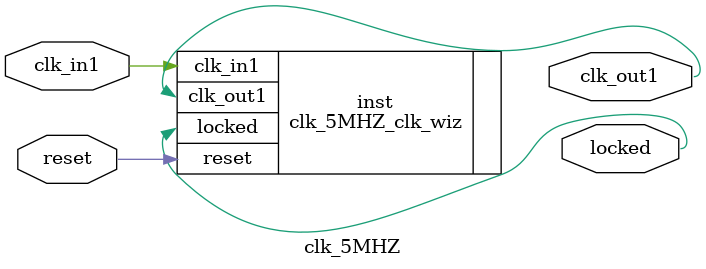
<source format=v>


`timescale 1ps/1ps

(* CORE_GENERATION_INFO = "clk_5MHZ,clk_wiz_v6_0_5_0_0,{component_name=clk_5MHZ,use_phase_alignment=true,use_min_o_jitter=false,use_max_i_jitter=false,use_dyn_phase_shift=false,use_inclk_switchover=false,use_dyn_reconfig=false,enable_axi=0,feedback_source=FDBK_AUTO,PRIMITIVE=MMCM,num_out_clk=1,clkin1_period=10.000,clkin2_period=10.000,use_power_down=false,use_reset=true,use_locked=true,use_inclk_stopped=false,feedback_type=SINGLE,CLOCK_MGR_TYPE=NA,manual_override=false}" *)

module clk_5MHZ 
 (
  // Clock out ports
  output        clk_out1,
  // Status and control signals
  input         reset,
  output        locked,
 // Clock in ports
  input         clk_in1
 );

  clk_5MHZ_clk_wiz inst
  (
  // Clock out ports  
  .clk_out1(clk_out1),
  // Status and control signals               
  .reset(reset), 
  .locked(locked),
 // Clock in ports
  .clk_in1(clk_in1)
  );

endmodule

</source>
